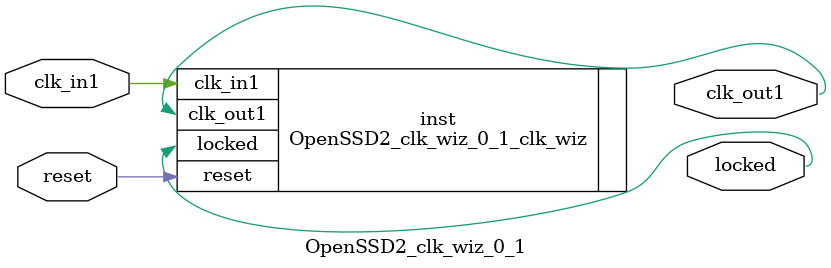
<source format=v>


`timescale 1ps/1ps

(* CORE_GENERATION_INFO = "OpenSSD2_clk_wiz_0_1,clk_wiz_v6_0_3_0_0,{component_name=OpenSSD2_clk_wiz_0_1,use_phase_alignment=true,use_min_o_jitter=false,use_max_i_jitter=false,use_dyn_phase_shift=false,use_inclk_switchover=false,use_dyn_reconfig=false,enable_axi=0,feedback_source=FDBK_AUTO,PRIMITIVE=MMCM,num_out_clk=1,clkin1_period=4.000,clkin2_period=10.0,use_power_down=false,use_reset=true,use_locked=true,use_inclk_stopped=false,feedback_type=SINGLE,CLOCK_MGR_TYPE=NA,manual_override=false}" *)

module OpenSSD2_clk_wiz_0_1 
 (
  // Clock out ports
  output        clk_out1,
  // Status and control signals
  input         reset,
  output        locked,
 // Clock in ports
  input         clk_in1
 );

  OpenSSD2_clk_wiz_0_1_clk_wiz inst
  (
  // Clock out ports  
  .clk_out1(clk_out1),
  // Status and control signals               
  .reset(reset), 
  .locked(locked),
 // Clock in ports
  .clk_in1(clk_in1)
  );

endmodule

</source>
